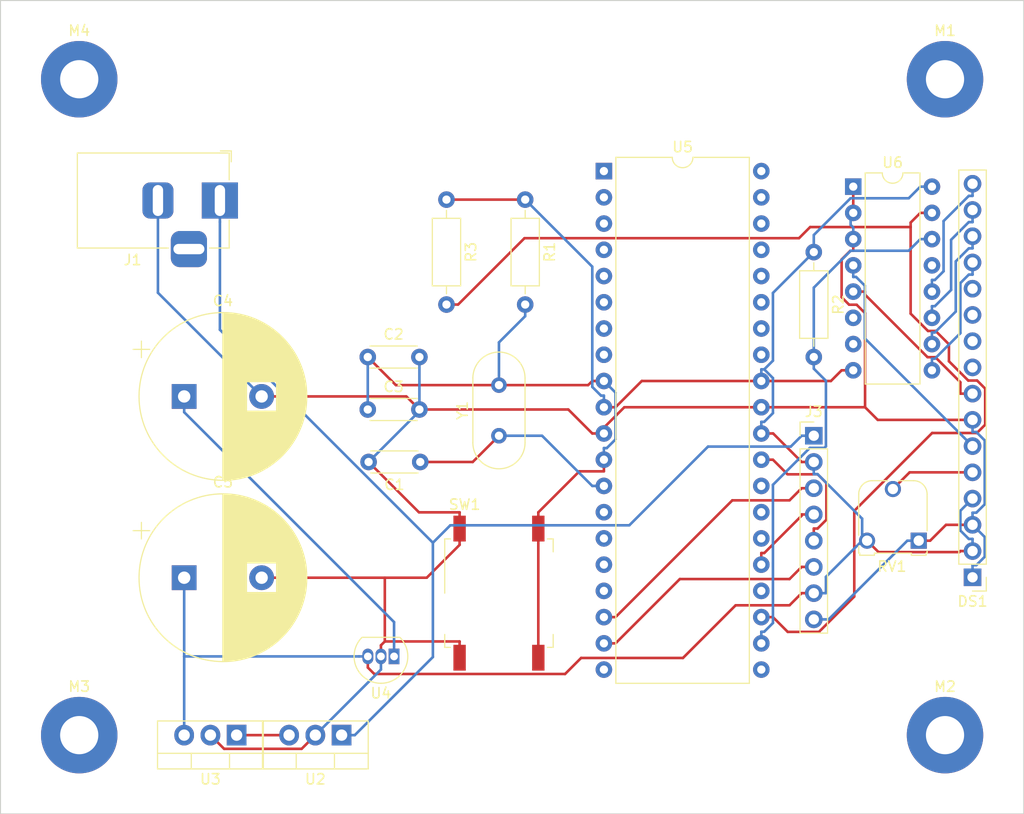
<source format=kicad_pcb>
(kicad_pcb (version 20211014) (generator pcbnew)
  (layers (0 "F.Cu" signal) (31 "B.Cu" signal) (34 "B.Paste" user) (35 "F.Paste" user) (36 "B.SilkS" user "B.Silkscreen") (37 "F.SilkS" user "F.Silkscreen") (38 "B.Mask" user) (39 "F.Mask" user) (44 "Edge.Cuts" user))
  (net 0 "")
  (net 1 "Net-(C1-Pad1)")
  (net 2 "/Atmega32/GND")
  (net 3 "Net-(C2-Pad1)")
  (net 4 "/Power Supply/3.3V")
  (net 5 "/Atmega32/5V")
  (net 6 "Net-(DS1-Pad5)")
  (net 7 "Net-(DS1-Pad6)")
  (net 8 "Net-(DS1-Pad8)")
  (net 13 "Net-(DS1-Pad13)")
  (net 14 "Net-(DS1-Pad14)")
  (net 15 "Net-(DS1-Pad15)")
  (net 16 "Net-(DS1-Pad16)")
  (net 17 "/Power Supply/12V")
  (net 18 "/Atmega32/SCL")
  (net 19 "/Atmega32/SDA")
  (net 20 "/Atmega32/D4")
  (net 21 "/Atmega32/C3")
  (net 22 "/Atmega32/C7")
  (net 23 "/Atmega32/D5")
  (net 24 "/Atmega32/A0")
  (net 25 "/Atmega32/A1")
  (net 26 "/Atmega32/A2")
  (net 27 "/Atmega32/A3")
  (net 28 "/Atmega32/A4")
  (net 29 "/Atmega32/A5")
  (net 30 "/Atmega32/A6")
  (net 31 "/Atmega32/A7")
  (net 32 "/Atmega32/Rx")
  (net 33 "/Atmega32/Tx")
  (net 34 "/Atmega32/B3")
  (net 35 "/Atmega32/B0")
  (net 36 "/Atmega32/C6")
  (net 37 "/Atmega32/D6")
  (net 38 "/Atmega32/CE")
  (net 39 "/Atmega32/CSN")
  (net 40 "/Atmega32/SCK")
  (net 41 "/Atmega32/MOSI")
  (net 42 "/Atmega32/MISO")
  (net 43 "/Atmega32/IRQ")
  (net 44 "Net-(U2-Pad3)")
  (net 49 "/Atmega32/C4")
  (net 50 "/Atmega32/C5")
  (footprint "Package_TO_SOT_THT:TO-220-3_Vertical" (layer "F.Cu") (at 96.52 124.46 180)
    (fp_text reference "U3" (at 2.54 -4.27) (layer "F.SilkS"))
    (fp_text value "L7805")
    (pad "1" thru_hole rect (at 0 0 180) (size 1.905 2) (drill 1.1) (layers *.Cu *.Mask) (net 44 "Net-(U2-Pad3)"))
    (pad "2" thru_hole oval (at 2.54 0 180) (size 1.905 2) (drill 1.1) (layers *.Cu *.Mask) (net 2 "/Atmega32/GND"))
    (pad "3" thru_hole oval (at 5.08 0 180) (size 1.905 2) (drill 1.1) (layers *.Cu *.Mask) (net 5 "/Atmega32/5V"))
  )
  (footprint "Potentiometer_THT:Potentiometer_Runtron_RM-065_Vertical" (layer "F.Cu") (at 162.555 105.635 180)
    (fp_text reference "RV1" (at 2.6 -2.5) (layer "F.SilkS"))
    (fp_text value "Potentiometer")
    (pad "1" thru_hole rect (at 0 0 180) (size 1.56 1.56) (drill 1) (layers *.Cu *.Mask) (net 2 "/Atmega32/GND"))
    (pad "2" thru_hole circle (at 2.5 5 180) (size 1.56 1.56) (drill 1) (layers *.Cu *.Mask) (net 6 "Net-(DS1-Pad5)"))
    (pad "3" thru_hole circle (at 5 0 180) (size 1.56 1.56) (drill 1) (layers *.Cu *.Mask) (net 5 "/Atmega32/5V"))
  )
  (footprint "MountingHole:MountingHole_3.7mm_Pad" (layer "F.Cu") (at 81.28 124.46)
    (fp_text reference "M3" (at 0 -4.7) (layer "F.SilkS"))
    (fp_text value "MountingHole_3.7mm_Pad" hide)
    (pad "1" thru_hole circle (at 0 0) (size 7.4 7.4) (drill 3.7) (layers *.Cu *.Mask))
  )
  (footprint "Connector_PinHeader_2.54mm:PinHeader_1x08_P2.54mm_Vertical" (layer "F.Cu") (at 152.395 95.475)
    (fp_text reference "J3" (at 0 -2.33) (layer "F.SilkS"))
    (fp_text value "Motor Drive")
    (pad "1" thru_hole rect (at 0 0) (size 1.7 1.7) (drill 1) (layers *.Cu *.Mask) (net 17 "/Power Supply/12V"))
    (pad "2" thru_hole oval (at 0 2.54) (size 1.7 1.7) (drill 1) (layers *.Cu *.Mask) (net 5 "/Atmega32/5V"))
    (pad "3" thru_hole oval (at 0 5.08) (size 1.7 1.7) (drill 1) (layers *.Cu *.Mask) (net 20 "/Atmega32/D4"))
    (pad "4" thru_hole oval (at 0 7.62) (size 1.7 1.7) (drill 1) (layers *.Cu *.Mask) (net 21 "/Atmega32/C3"))
    (pad "5" thru_hole oval (at 0 10.16) (size 1.7 1.7) (drill 1) (layers *.Cu *.Mask) (net 22 "/Atmega32/C7"))
    (pad "6" thru_hole oval (at 0 12.7) (size 1.7 1.7) (drill 1) (layers *.Cu *.Mask) (net 23 "/Atmega32/D5"))
    (pad "7" thru_hole oval (at 0 15.24) (size 1.7 1.7) (drill 1) (layers *.Cu *.Mask) (net 5 "/Atmega32/5V"))
    (pad "8" thru_hole oval (at 0 17.78) (size 1.7 1.7) (drill 1) (layers *.Cu *.Mask) (net 2 "/Atmega32/GND"))
  )
  (footprint "Resistor_THT:R_Axial_DIN0207_L6.3mm_D2.5mm_P10.16mm_Horizontal" (layer "F.Cu") (at 116.835 72.615 -90)
    (fp_text reference "R3" (at 5.08 -2.37 90) (layer "F.SilkS"))
    (fp_text value "4.7k")
    (pad "1" thru_hole circle (at 0 0 270) (size 1.6 1.6) (drill 0.8) (layers *.Cu *.Mask) (net 5 "/Atmega32/5V"))
    (pad "2" thru_hole oval (at 10.16 0 270) (size 1.6 1.6) (drill 0.8) (layers *.Cu *.Mask) (net 19 "/Atmega32/SDA"))
  )
  (footprint "Capacitor_THT:C_Disc_D4.3mm_W1.9mm_P5.00mm" (layer "F.Cu") (at 109.215 87.855)
    (fp_text reference "C2" (at 2.5 -2.2) (layer "F.SilkS"))
    (fp_text value "22pF")
    (pad "1" thru_hole circle (at 0 0) (size 1.6 1.6) (drill 0.8) (layers *.Cu *.Mask) (net 3 "Net-(C2-Pad1)"))
    (pad "2" thru_hole circle (at 5 0) (size 1.6 1.6) (drill 0.8) (layers *.Cu *.Mask) (net 2 "/Atmega32/GND"))
  )
  (footprint "MountingHole:MountingHole_3.7mm_Pad" (layer "F.Cu") (at 165.1 124.46)
    (fp_text reference "M2" (at 0 -4.7) (layer "F.SilkS"))
    (fp_text value "MountingHole_3.7mm_Pad" hide)
    (pad "1" thru_hole circle (at 0 0) (size 7.4 7.4) (drill 3.7) (layers *.Cu *.Mask))
  )
  (footprint "MountingHole:MountingHole_3.7mm_Pad" (layer "F.Cu") (at 165.1 60.96)
    (fp_text reference "M1" (at 0 -4.7) (layer "F.SilkS"))
    (fp_text value "MountingHole_3.7mm_Pad" hide)
    (pad "1" thru_hole circle (at 0 0) (size 7.4 7.4) (drill 3.7) (layers *.Cu *.Mask))
  )
  (footprint "Capacitor_THT:C_Disc_D4.3mm_W1.9mm_P5.00mm" (layer "F.Cu") (at 114.295 98.015 180)
    (fp_text reference "C1" (at 2.5 -2.2) (layer "F.SilkS"))
    (fp_text value "22pF")
    (pad "1" thru_hole circle (at 0 0 180) (size 1.6 1.6) (drill 0.8) (layers *.Cu *.Mask) (net 1 "Net-(C1-Pad1)"))
    (pad "2" thru_hole circle (at 5 0 180) (size 1.6 1.6) (drill 0.8) (layers *.Cu *.Mask) (net 2 "/Atmega32/GND"))
  )
  (footprint "Capacitor_THT:CP_Radial_D16.0mm_P7.50mm" (layer "F.Cu") (at 91.44 91.67)
    (fp_text reference "C4" (at 3.75 -9.25) (layer "F.SilkS"))
    (fp_text value "470uF")
    (pad "1" thru_hole rect (at 0 0) (size 2.4 2.4) (drill 1.2) (layers *.Cu *.Mask) (net 4 "/Power Supply/3.3V"))
    (pad "2" thru_hole circle (at 7.5 0) (size 2.4 2.4) (drill 1.2) (layers *.Cu *.Mask) (net 2 "/Atmega32/GND"))
  )
  (footprint "Crystal:Crystal_HC18-U_Vertical" (layer "F.Cu") (at 121.915 95.475 90)
    (fp_text reference "Y1" (at 2.45 -3.525 90) (layer "F.SilkS"))
    (fp_text value "Crystal")
    (pad "1" thru_hole circle (at 0 0 90) (size 1.5 1.5) (drill 0.8) (layers *.Cu *.Mask) (net 1 "Net-(C1-Pad1)"))
    (pad "2" thru_hole circle (at 4.9 0 90) (size 1.5 1.5) (drill 0.8) (layers *.Cu *.Mask) (net 3 "Net-(C2-Pad1)"))
  )
  (footprint "Button_Switch_SMD:SW_MEC_5GSH9" (layer "F.Cu") (at 121.915 110.715)
    (fp_text reference "SW1" (at -3.325 -8.575 180) (layer "F.SilkS"))
    (fp_text value "Reset Button")
    (pad "1" smd rect (at -3.81 -6.25 90) (size 2.5 1.2) (layers "F.Cu" "F.Paste" "F.Mask") (net 2 "/Atmega32/GND"))
    (pad "2" smd rect (at -3.81 6.25 90) (size 2.5 1.2) (layers "F.Cu" "F.Paste" "F.Mask") (net 2 "/Atmega32/GND"))
    (pad "3" smd rect (at 3.81 -6.25 90) (size 2.5 1.2) (layers "F.Cu" "F.Paste" "F.Mask") (net 3 "Net-(C2-Pad1)"))
    (pad "4" smd rect (at 3.81 6.25 90) (size 2.5 1.2) (layers "F.Cu" "F.Paste" "F.Mask") (net 3 "Net-(C2-Pad1)"))
  )
  (footprint "MountingHole:MountingHole_3.7mm_Pad" (layer "F.Cu") (at 81.28 60.96)
    (fp_text reference "M4" (at 0 -4.7) (layer "F.SilkS"))
    (fp_text value "MountingHole_3.7mm_Pad" hide)
    (pad "1" thru_hole circle (at 0 0) (size 7.4 7.4) (drill 3.7) (layers *.Cu *.Mask))
  )
  (footprint "Connector_BarrelJack:BarrelJack_Horizontal" (layer "F.Cu") (at 94.9 72.7025)
    (fp_text reference "J1" (at -8.45 5.75) (layer "F.SilkS"))
    (fp_text value "Barrel_Jack")
    (pad "1" thru_hole rect (at 0 0) (size 3.5 3.5) (drill oval 1 3) (layers *.Cu *.Mask) (net 17 "/Power Supply/12V"))
    (pad "2" thru_hole roundrect (at -6 0) (size 3 3.5) (drill oval 1 3) (layers *.Cu *.Mask) (net 2 "/Atmega32/GND"))
    (pad "3" thru_hole roundrect (at -3 4.7) (size 3.5 3.5) (drill oval 3 1) (layers *.Cu *.Mask))
  )
  (footprint "Capacitor_THT:CP_Radial_D16.0mm_P7.50mm" (layer "F.Cu") (at 91.44 109.22)
    (fp_text reference "C5" (at 3.75 -9.25) (layer "F.SilkS"))
    (fp_text value "470uF")
    (pad "1" thru_hole rect (at 0 0) (size 2.4 2.4) (drill 1.2) (layers *.Cu *.Mask) (net 5 "/Atmega32/5V"))
    (pad "2" thru_hole circle (at 7.5 0) (size 2.4 2.4) (drill 1.2) (layers *.Cu *.Mask) (net 2 "/Atmega32/GND"))
  )
  (footprint "Package_TO_SOT_THT:TO-220-3_Vertical" (layer "F.Cu") (at 106.68 124.46 180)
    (fp_text reference "U2" (at 2.54 -4.27) (layer "F.SilkS"))
    (fp_text value "L7809")
    (pad "1" thru_hole rect (at 0 0 180) (size 1.905 2) (drill 1.1) (layers *.Cu *.Mask) (net 17 "/Power Supply/12V"))
    (pad "2" thru_hole oval (at 2.54 0 180) (size 1.905 2) (drill 1.1) (layers *.Cu *.Mask) (net 2 "/Atmega32/GND"))
    (pad "3" thru_hole oval (at 5.08 0 180) (size 1.905 2) (drill 1.1) (layers *.Cu *.Mask) (net 44 "Net-(U2-Pad3)"))
  )
  (footprint "Resistor_THT:R_Axial_DIN0207_L6.3mm_D2.5mm_P10.16mm_Horizontal" (layer "F.Cu") (at 124.455 72.615 -90)
    (fp_text reference "R1" (at 5.08 -2.37 90) (layer "F.SilkS"))
    (fp_text value "10k")
    (pad "1" thru_hole circle (at 0 0 270) (size 1.6 1.6) (drill 0.8) (layers *.Cu *.Mask) (net 5 "/Atmega32/5V"))
    (pad "2" thru_hole oval (at 10.16 0 270) (size 1.6 1.6) (drill 0.8) (layers *.Cu *.Mask) (net 3 "Net-(C2-Pad1)"))
  )
  (footprint "Package_TO_SOT_THT:TO-92_Inline" (layer "F.Cu") (at 111.76 116.84 180)
    (fp_text reference "U4" (at 1.27 -3.56) (layer "F.SilkS"))
    (fp_text value "L78L33_TO92")
    (pad "1" thru_hole rect (at 0 0 180) (size 1.05 1.5) (drill 0.75) (layers *.Cu *.Mask) (net 4 "/Power Supply/3.3V"))
    (pad "2" thru_hole oval (at 1.27 0 180) (size 1.05 1.5) (drill 0.75) (layers *.Cu *.Mask) (net 2 "/Atmega32/GND"))
    (pad "3" thru_hole oval (at 2.54 0 180) (size 1.05 1.5) (drill 0.75) (layers *.Cu *.Mask) (net 5 "/Atmega32/5V"))
  )
  (footprint "Package_DIP:DIP-16_W7.62mm" (layer "F.Cu") (at 156.215 71.36)
    (fp_text reference "U6" (at 3.81 -2.33) (layer "F.SilkS"))
    (fp_text value "PCF8574A")
    (pad "1" thru_hole rect (at 0 0) (size 1.6 1.6) (drill 0.8) (layers *.Cu *.Mask) (net 2 "/Atmega32/GND"))
    (pad "2" thru_hole oval (at 0 2.54) (size 1.6 1.6) (drill 0.8) (layers *.Cu *.Mask) (net 2 "/Atmega32/GND"))
    (pad "3" thru_hole oval (at 0 5.08) (size 1.6 1.6) (drill 0.8) (layers *.Cu *.Mask) (net 2 "/Atmega32/GND"))
    (pad "4" thru_hole oval (at 0 7.62) (size 1.6 1.6) (drill 0.8) (layers *.Cu *.Mask) (net 7 "Net-(DS1-Pad6)"))
    (pad "5" thru_hole oval (at 0 10.16) (size 1.6 1.6) (drill 0.8) (layers *.Cu *.Mask) (net 8 "Net-(DS1-Pad8)"))
    (pad "6" thru_hole oval (at 0 12.7) (size 1.6 1.6) (drill 0.8) (layers *.Cu *.Mask))
    (pad "7" thru_hole oval (at 0 15.24) (size 1.6 1.6) (drill 0.8) (layers *.Cu *.Mask))
    (pad "8" thru_hole oval (at 0 17.78) (size 1.6 1.6) (drill 0.8) (layers *.Cu *.Mask) (net 5 "/Atmega32/5V"))
    (pad "9" thru_hole oval (at 7.62 17.78) (size 1.6 1.6) (drill 0.8) (layers *.Cu *.Mask) (net 13 "Net-(DS1-Pad13)"))
    (pad "10" thru_hole oval (at 7.62 15.24) (size 1.6 1.6) (drill 0.8) (layers *.Cu *.Mask) (net 14 "Net-(DS1-Pad14)"))
    (pad "11" thru_hole oval (at 7.62 12.7) (size 1.6 1.6) (drill 0.8) (layers *.Cu *.Mask) (net 15 "Net-(DS1-Pad15)"))
    (pad "12" thru_hole oval (at 7.62 10.16) (size 1.6 1.6) (drill 0.8) (layers *.Cu *.Mask) (net 16 "Net-(DS1-Pad16)"))
    (pad "13" thru_hole oval (at 7.62 7.62) (size 1.6 1.6) (drill 0.8) (layers *.Cu *.Mask))
    (pad "14" thru_hole oval (at 7.62 5.08) (size 1.6 1.6) (drill 0.8) (layers *.Cu *.Mask) (net 18 "/Atmega32/SCL"))
    (pad "15" thru_hole oval (at 7.62 2.54) (size 1.6 1.6) (drill 0.8) (layers *.Cu *.Mask) (net 19 "/Atmega32/SDA"))
    (pad "16" thru_hole oval (at 7.62 0) (size 1.6 1.6) (drill 0.8) (layers *.Cu *.Mask) (net 5 "/Atmega32/5V"))
  )
  (footprint "Connector_PinHeader_2.54mm:PinHeader_1x16_P2.54mm_Vertical" (layer "F.Cu") (at 167.765 109.18 180)
    (fp_text reference "DS1" (at 0 -2.33) (layer "F.SilkS"))
    (fp_text value "HY1602E LCD 16x2")
    (pad "1" thru_hole rect (at 0 0 180) (size 1.7 1.7) (drill 1) (layers *.Cu *.Mask) (net 2 "/Atmega32/GND"))
    (pad "2" thru_hole oval (at 0 2.54 180) (size 1.7 1.7) (drill 1) (layers *.Cu *.Mask) (net 5 "/Atmega32/5V"))
    (pad "3" thru_hole oval (at 0 5.08 180) (size 1.7 1.7) (drill 1) (layers *.Cu *.Mask) (net 2 "/Atmega32/GND"))
    (pad "4" thru_hole oval (at 0 7.62 180) (size 1.7 1.7) (drill 1) (layers *.Cu *.Mask) (net 5 "/Atmega32/5V"))
    (pad "5" thru_hole oval (at 0 10.16 180) (size 1.7 1.7) (drill 1) (layers *.Cu *.Mask) (net 6 "Net-(DS1-Pad5)"))
    (pad "6" thru_hole oval (at 0 12.7 180) (size 1.7 1.7) (drill 1) (layers *.Cu *.Mask) (net 7 "Net-(DS1-Pad6)"))
    (pad "7" thru_hole oval (at 0 15.24 180) (size 1.7 1.7) (drill 1) (layers *.Cu *.Mask) (net 2 "/Atmega32/GND"))
    (pad "8" thru_hole oval (at 0 17.78 180) (size 1.7 1.7) (drill 1) (layers *.Cu *.Mask) (net 8 "Net-(DS1-Pad8)"))
    (pad "9" thru_hole oval (at 0 20.32 180) (size 1.7 1.7) (drill 1) (layers *.Cu *.Mask))
    (pad "10" thru_hole oval (at 0 22.86 180) (size 1.7 1.7) (drill 1) (layers *.Cu *.Mask))
    (pad "11" thru_hole oval (at 0 25.4 180) (size 1.7 1.7) (drill 1) (layers *.Cu *.Mask))
    (pad "12" thru_hole oval (at 0 27.94 180) (size 1.7 1.7) (drill 1) (layers *.Cu *.Mask))
    (pad "13" thru_hole oval (at 0 30.48 180) (size 1.7 1.7) (drill 1) (layers *.Cu *.Mask) (net 13 "Net-(DS1-Pad13)"))
    (pad "14" thru_hole oval (at 0 33.02 180) (size 1.7 1.7) (drill 1) (layers *.Cu *.Mask) (net 14 "Net-(DS1-Pad14)"))
    (pad "15" thru_hole oval (at 0 35.56 180) (size 1.7 1.7) (drill 1) (layers *.Cu *.Mask) (net 15 "Net-(DS1-Pad15)"))
    (pad "16" thru_hole oval (at 0 38.1 180) (size 1.7 1.7) (drill 1) (layers *.Cu *.Mask) (net 16 "Net-(DS1-Pad16)"))
  )
  (footprint "Resistor_THT:R_Axial_DIN0207_L6.3mm_D2.5mm_P10.16mm_Horizontal" (layer "F.Cu") (at 152.395 77.695 -90)
    (fp_text reference "R2" (at 5.08 -2.37 90) (layer "F.SilkS"))
    (fp_text value "4.7k")
    (pad "1" thru_hole circle (at 0 0 270) (size 1.6 1.6) (drill 0.8) (layers *.Cu *.Mask) (net 5 "/Atmega32/5V"))
    (pad "2" thru_hole oval (at 10.16 0 270) (size 1.6 1.6) (drill 0.8) (layers *.Cu *.Mask) (net 18 "/Atmega32/SCL"))
  )
  (footprint "Capacitor_THT:C_Disc_D4.3mm_W1.9mm_P5.00mm" (layer "F.Cu") (at 109.215 92.935)
    (fp_text reference "C3" (at 2.5 -2.2) (layer "F.SilkS"))
    (fp_text value "10uF")
    (pad "1" thru_hole circle (at 0 0) (size 1.6 1.6) (drill 0.8) (layers *.Cu *.Mask) (net 3 "Net-(C2-Pad1)"))
    (pad "2" thru_hole circle (at 5 0) (size 1.6 1.6) (drill 0.8) (layers *.Cu *.Mask) (net 2 "/Atmega32/GND"))
  )
  (footprint "Package_DIP:DIP-40_W15.24mm" (layer "F.Cu") (at 132.075 69.855)
    (fp_text reference "U5" (at 7.62 -2.33) (layer "F.SilkS"))
    (fp_text value "ATmega32-16P")
    (pad "1" thru_hole rect (at 0 0) (size 1.6 1.6) (drill 0.8) (layers *.Cu *.Mask) (net 35 "/Atmega32/B0"))
    (pad "2" thru_hole oval (at 0 2.54) (size 1.6 1.6) (drill 0.8) (layers *.Cu *.Mask) (net 38 "/Atmega32/CE"))
    (pad "3" thru_hole oval (at 0 5.08) (size 1.6 1.6) (drill 0.8) (layers *.Cu *.Mask) (net 43 "/Atmega32/IRQ"))
    (pad "4" thru_hole oval (at 0 7.62) (size 1.6 1.6) (drill 0.8) (layers *.Cu *.Mask) (net 34 "/Atmega32/B3"))
    (pad "5" thru_hole oval (at 0 10.16) (size 1.6 1.6) (drill 0.8) (layers *.Cu *.Mask) (net 39 "/Atmega32/CSN"))
    (pad "6" thru_hole oval (at 0 12.7) (size 1.6 1.6) (drill 0.8) (layers *.Cu *.Mask) (net 41 "/Atmega32/MOSI"))
    (pad "7" thru_hole oval (at 0 15.24) (size 1.6 1.6) (drill 0.8) (layers *.Cu *.Mask) (net 42 "/Atmega32/MISO"))
    (pad "8" thru_hole oval (at 0 17.78) (size 1.6 1.6) (drill 0.8) (layers *.Cu *.Mask) (net 40 "/Atmega32/SCK"))
    (pad "9" thru_hole oval (at 0 20.32) (size 1.6 1.6) (drill 0.8) (layers *.Cu *.Mask) (net 3 "Net-(C2-Pad1)"))
    (pad "10" thru_hole oval (at 0 22.86) (size 1.6 1.6) (drill 0.8) (layers *.Cu *.Mask) (net 5 "/Atmega32/5V"))
    (pad "11" thru_hole oval (at 0 25.4) (size 1.6 1.6) (drill 0.8) (layers *.Cu *.Mask) (net 2 "/Atmega32/GND"))
    (pad "12" thru_hole oval (at 0 27.94) (size 1.6 1.6) (drill 0.8) (layers *.Cu *.Mask) (net 3 "Net-(C2-Pad1)"))
    (pad "13" thru_hole oval (at 0 30.48) (size 1.6 1.6) (drill 0.8) (layers *.Cu *.Mask) (net 1 "Net-(C1-Pad1)"))
    (pad "14" thru_hole oval (at 0 33.02) (size 1.6 1.6) (drill 0.8) (layers *.Cu *.Mask) (net 32 "/Atmega32/Rx"))
    (pad "15" thru_hole oval (at 0 35.56) (size 1.6 1.6) (drill 0.8) (layers *.Cu *.Mask) (net 33 "/Atmega32/Tx"))
    (pad "16" thru_hole oval (at 0 38.1) (size 1.6 1.6) (drill 0.8) (layers *.Cu *.Mask))
    (pad "17" thru_hole oval (at 0 40.64) (size 1.6 1.6) (drill 0.8) (layers *.Cu *.Mask))
    (pad "18" thru_hole oval (at 0 43.18) (size 1.6 1.6) (drill 0.8) (layers *.Cu *.Mask) (net 20 "/Atmega32/D4"))
    (pad "19" thru_hole oval (at 0 45.72) (size 1.6 1.6) (drill 0.8) (layers *.Cu *.Mask) (net 23 "/Atmega32/D5"))
    (pad "20" thru_hole oval (at 0 48.26) (size 1.6 1.6) (drill 0.8) (layers *.Cu *.Mask) (net 37 "/Atmega32/D6"))
    (pad "21" thru_hole oval (at 15.24 48.26) (size 1.6 1.6) (drill 0.8) (layers *.Cu *.Mask))
    (pad "22" thru_hole oval (at 15.24 45.72) (size 1.6 1.6) (drill 0.8) (layers *.Cu *.Mask) (net 18 "/Atmega32/SCL"))
    (pad "23" thru_hole oval (at 15.24 43.18) (size 1.6 1.6) (drill 0.8) (layers *.Cu *.Mask) (net 19 "/Atmega32/SDA"))
    (pad "24" thru_hole oval (at 15.24 40.64) (size 1.6 1.6) (drill 0.8) (layers *.Cu *.Mask))
    (pad "25" thru_hole oval (at 15.24 38.1) (size 1.6 1.6) (drill 0.8) (layers *.Cu *.Mask) (net 21 "/Atmega32/C3"))
    (pad "26" thru_hole oval (at 15.24 35.56) (size 1.6 1.6) (drill 0.8) (layers *.Cu *.Mask) (net 49 "/Atmega32/C4"))
    (pad "27" thru_hole oval (at 15.24 33.02) (size 1.6 1.6) (drill 0.8) (layers *.Cu *.Mask) (net 50 "/Atmega32/C5"))
    (pad "28" thru_hole oval (at 15.24 30.48) (size 1.6 1.6) (drill 0.8) (layers *.Cu *.Mask) (net 36 "/Atmega32/C6"))
    (pad "29" thru_hole oval (at 15.24 27.94) (size 1.6 1.6) (drill 0.8) (layers *.Cu *.Mask) (net 22 "/Atmega32/C7"))
    (pad "30" thru_hole oval (at 15.24 25.4) (size 1.6 1.6) (drill 0.8) (layers *.Cu *.Mask) (net 5 "/Atmega32/5V"))
    (pad "31" thru_hole oval (at 15.24 22.86) (size 1.6 1.6) (drill 0.8) (layers *.Cu *.Mask) (net 2 "/Atmega32/GND"))
    (pad "32" thru_hole oval (at 15.24 20.32) (size 1.6 1.6) (drill 0.8) (layers *.Cu *.Mask) (net 5 "/Atmega32/5V"))
    (pad "33" thru_hole oval (at 15.24 17.78) (size 1.6 1.6) (drill 0.8) (layers *.Cu *.Mask) (net 31 "/Atmega32/A7"))
    (pad "34" thru_hole oval (at 15.24 15.24) (size 1.6 1.6) (drill 0.8) (layers *.Cu *.Mask) (net 30 "/Atmega32/A6"))
    (pad "35" thru_hole oval (at 15.24 12.7) (size 1.6 1.6) (drill 0.8) (layers *.Cu *.Mask) (net 29 "/Atmega32/A5"))
    (pad "36" thru_hole oval (at 15.24 10.16) (size 1.6 1.6) (drill 0.8) (layers *.Cu *.Mask) (net 28 "/Atmega32/A4"))
    (pad "37" thru_hole oval (at 15.24 7.62) (size 1.6 1.6) (drill 0.8) (layers *.Cu *.Mask) (net 27 "/Atmega32/A3"))
    (pad "38" thru_hole oval (at 15.24 5.08) (size 1.6 1.6) (drill 0.8) (layers *.Cu *.Mask) (net 26 "/Atmega32/A2"))
    (pad "39" thru_hole oval (at 15.24 2.54) (size 1.6 1.6) (drill 0.8) (layers *.Cu *.Mask) (net 25 "/Atmega32/A1"))
    (pad "40" thru_hole oval (at 15.24 0) (size 1.6 1.6) (drill 0.8) (layers *.Cu *.Mask) (net 24 "/Atmega32/A0"))
  )
  (gr_line (start 172.72 53.34) (end 172.72 132.08) (layer "Edge.Cuts") (width 0.1))
  (gr_line (start 172.72 132.08) (end 73.66 132.08) (layer "Edge.Cuts") (width 0.1))
  (gr_line (start 73.66 53.34) (end 172.72 53.34) (layer "Edge.Cuts") (width 0.1))
  (gr_line (start 73.66 132.08) (end 73.66 53.34) (layer "Edge.Cuts") (width 0.1))
  (segment (start 114.295 98.015) (end 119.375 98.015) (width 0.25) (layer "F.Cu") (net 1))
  (segment (start 119.375 98.015) (end 121.915 95.475) (width 0.25) (layer "F.Cu") (net 1))
  (segment (start 121.915 95.475) (end 126.0897 95.475) (width 0.25) (layer "B.Cu") (net 1))
  (segment (start 126.0897 95.475) (end 130.9497 100.335) (width 0.25) (layer "B.Cu") (net 1))
  (segment (start 132.075 100.335) (end 130.9497 100.335) (width 0.25) (layer "B.Cu") (net 1))
  (segment (start 155.816 82.79) (end 155.0897 82.0637) (width 0.25) (layer "F.Cu") (net 2))
  (segment (start 157.3596 92.715) (end 148.4403 92.715) (width 0.25) (layer "F.Cu") (net 2))
  (segment (start 93.98 124.46) (end 95.3072 125.7872) (width 0.25) (layer "F.Cu") (net 2))
  (segment (start 118.105 115.3897) (end 110.865 115.3897) (width 0.25) (layer "F.Cu") (net 2))
  (segment (start 118.105 104.465) (end 118.105 106.0403) (width 0.25) (layer "F.Cu") (net 2))
  (segment (start 157.3596 83.6071) (end 156.5425 82.79) (width 0.25) (layer "F.Cu") (net 2))
  (segment (start 147.315 92.715) (end 148.4403 92.715) (width 0.25) (layer "F.Cu") (net 2))
  (segment (start 162.555 105.635) (end 163.6603 105.635) (width 0.25) (layer "F.Cu") (net 2))
  (segment (start 128.6297 92.935) (end 130.9497 95.255) (width 0.25) (layer "F.Cu") (net 2))
  (segment (start 110.865 109.22) (end 110.865 115.3897) (width 0.25) (layer "F.Cu") (net 2))
  (segment (start 155.9336 77.5653) (end 156.215 77.5653) (width 0.25) (layer "F.Cu") (net 2))
  (segment (start 155.0897 78.4092) (end 155.9336 77.5653) (width 0.25) (layer "F.Cu") (net 2))
  (segment (start 134.0524 92.715) (end 147.315 92.715) (width 0.25) (layer "F.Cu") (net 2))
  (segment (start 114.215 92.935) (end 128.6297 92.935) (width 0.25) (layer "F.Cu") (net 2))
  (segment (start 131.5124 95.255) (end 134.0524 92.715) (width 0.25) (layer "F.Cu") (net 2))
  (segment (start 158.5846 93.94) (end 157.3596 92.715) (width 0.25) (layer "F.Cu") (net 2))
  (segment (start 110.865 109.22) (end 114.9253 109.22) (width 0.25) (layer "F.Cu") (net 2))
  (segment (start 156.5425 82.79) (end 155.816 82.79) (width 0.25) (layer "F.Cu") (net 2))
  (segment (start 155.0897 82.0637) (end 155.0897 78.4092) (width 0.25) (layer "F.Cu") (net 2))
  (segment (start 114.9253 109.22) (end 118.105 106.0403) (width 0.25) (layer "F.Cu") (net 2))
  (segment (start 118.105 116.965) (end 118.105 115.3897) (width 0.25) (layer "F.Cu") (net 2))
  (segment (start 110.865 115.3897) (end 110.49 115.7647) (width 0.25) (layer "F.Cu") (net 2))
  (segment (start 132.075 95.255) (end 131.5124 95.255) (width 0.25) (layer "F.Cu") (net 2))
  (segment (start 98.94 109.22) (end 110.865 109.22) (width 0.25) (layer "F.Cu") (net 2))
  (segment (start 110.49 116.84) (end 110.49 115.7647) (width 0.25) (layer "F.Cu") (net 2))
  (segment (start 98.94 91.67) (end 112.95 91.67) (width 0.25) (layer "F.Cu") (net 2))
  (segment (start 165.1953 104.1) (end 163.6603 105.635) (width 0.25) (layer "F.Cu") (net 2))
  (segment (start 109.295 98.015) (end 114.1697 102.8897) (width 0.25) (layer "F.Cu") (net 2))
  (segment (start 114.1697 102.8897) (end 118.105 102.8897) (width 0.25) (layer "F.Cu") (net 2))
  (segment (start 118.105 104.465) (end 118.105 102.8897) (width 0.25) (layer "F.Cu") (net 2))
  (segment (start 156.215 73.9) (end 156.215 71.36) (width 0.25) (layer "F.Cu") (net 2))
  (segment (start 102.8128 125.7872) (end 104.14 124.46) (width 0.25) (layer "F.Cu") (net 2))
  (segment (start 112.95 91.67) (end 114.215 92.935) (width 0.25) (layer "F.Cu") (net 2))
  (segment (start 167.765 104.1) (end 165.1953 104.1) (width 0.25) (layer "F.Cu") (net 2))
  (segment (start 131.5124 95.255) (end 130.9497 95.255) (width 0.25) (layer "F.Cu") (net 2))
  (segment (start 157.3596 92.715) (end 157.3596 83.6071) (width 0.25) (layer "F.Cu") (net 2))
  (segment (start 95.3072 125.7872) (end 102.8128 125.7872) (width 0.25) (layer "F.Cu") (net 2))
  (segment (start 156.215 76.44) (end 156.215 77.5653) (width 0.25) (layer "F.Cu") (net 2))
  (segment (start 167.765 93.94) (end 158.5846 93.94) (width 0.25) (layer "F.Cu") (net 2))
  (segment (start 168.1323 108.0047) (end 168.9412 107.1958) (width 0.25) (layer "B.Cu") (net 2))
  (segment (start 167.765 104.1) (end 167.765 102.9247) (width 0.25) (layer "B.Cu") (net 2))
  (segment (start 114.215 93.095) (end 114.215 92.935) (width 0.25) (layer "B.Cu") (net 2))
  (segment (start 156.215 76.44) (end 156.215 75.3147) (width 0.25) (layer "B.Cu") (net 2))
  (segment (start 162.555 105.635) (end 161.4497 105.635) (width 0.25) (layer "B.Cu") (net 2))
  (segment (start 168.9412 105.2762) (end 167.765 104.1) (width 0.25) (layer "B.Cu") (net 2))
  (segment (start 88.9 81.63) (end 98.94 91.67) (width 0.25) (layer "B.Cu") (net 2))
  (segment (start 167.765 108.0047) (end 168.1323 108.0047) (width 0.25) (layer "B.Cu") (net 2))
  (segment (start 110.49 118.11) (end 110.49 116.84) (width 0.25) (layer "B.Cu") (net 2))
  (segment (start 153.8297 113.255) (end 152.395 113.255) (width 0.25) (layer "B.Cu") (net 2))
  (segment (start 167.765 93.94) (end 167.765 95.1153) (width 0.25) (layer "B.Cu") (net 2))
  (segment (start 167.765 109.18) (end 167.765 108.0047) (width 0.25) (layer "B.Cu") (net 2))
  (segment (start 114.215 87.855) (end 114.215 92.935) (width 0.25) (layer "B.Cu") (net 2))
  (segment (start 168.9412 107.1958) (end 168.9412 105.2762) (width 0.25) (layer "B.Cu") (net 2))
  (segment (start 168.1324 102.9247) (end 167.765 102.9247) (width 0.25) (layer "B.Cu") (net 2))
  (segment (start 156.215 75.3147) (end 155.964 75.0637) (width 0.25) (layer "B.Cu") (net 2))
  (segment (start 156.215 73.9) (end 155.964 73.9) (width 0.25) (layer "B.Cu") (net 2))
  (segment (start 161.4497 105.635) (end 153.8297 113.255) (width 0.25) (layer "B.Cu") (net 2))
  (segment (start 168.9403 95.9233) (end 168.9403 102.1168) (width 0.25) (layer "B.Cu") (net 2))
  (segment (start 168.1323 95.1153) (end 168.9403 95.9233) (width 0.25) (layer "B.Cu") (net 2))
  (segment (start 104.14 124.46) (end 110.49 118.11) (width 0.25) (layer "B.Cu") (net 2))
  (segment (start 88.9 72.7025) (end 88.9 81.63) (width 0.25) (layer "B.Cu") (net 2))
  (segment (start 109.295 98.015) (end 114.215 93.095) (width 0.25) (layer "B.Cu") (net 2))
  (segment (start 168.9403 102.1168) (end 168.1324 102.9247) (width 0.25) (layer "B.Cu") (net 2))
  (segment (start 167.765 95.1153) (end 168.1323 95.1153) (width 0.25) (layer "B.Cu") (net 2))
  (segment (start 155.964 75.0637) (end 155.964 73.9) (width 0.25) (layer "B.Cu") (net 2))
  (segment (start 111.935 90.575) (end 121.915 90.575) (width 0.25) (layer "F.Cu") (net 3))
  (segment (start 129.6944 98.9203) (end 132.075 98.9203) (width 0.25) (layer "F.Cu") (net 3))
  (segment (start 109.215 87.855) (end 111.935 90.575) (width 0.25) (layer "F.Cu") (net 3))
  (segment (start 121.915 90.575) (end 130.5497 90.575) (width 0.25) (layer "F.Cu") (net 3))
  (segment (start 125.725 104.465) (end 125.725 102.8897) (width 0.25) (layer "F.Cu") (net 3))
  (segment (start 132.075 90.175) (end 130.9497 90.175) (width 0.25) (layer "F.Cu") (net 3))
  (segment (start 130.5497 90.575) (end 130.9497 90.175) (width 0.25) (layer "F.Cu") (net 3))
  (segment (start 132.075 97.795) (end 132.075 98.9203) (width 0.25) (layer "F.Cu") (net 3))
  (segment (start 125.725 102.8897) (end 129.6944 98.9203) (width 0.25) (layer "F.Cu") (net 3))
  (segment (start 125.725 116.965) (end 125.725 104.465) (width 0.25) (layer "F.Cu") (net 3))
  (segment (start 124.455 83.9003) (end 121.915 86.4403) (width 0.25) (layer "B.Cu") (net 3))
  (segment (start 132.075 90.175) (end 133.2003 91.3003) (width 0.25) (layer "B.Cu") (net 3))
  (segment (start 109.215 87.855) (end 109.215 92.935) (width 0.25) (layer "B.Cu") (net 3))
  (segment (start 121.915 86.4403) (end 121.915 90.575) (width 0.25) (layer "B.Cu") (net 3))
  (segment (start 133.2003 95.8258) (end 132.3564 96.6697) (width 0.25) (layer "B.Cu") (net 3))
  (segment (start 133.2003 91.3003) (end 133.2003 95.8258) (width 0.25) (layer "B.Cu") (net 3))
  (segment (start 132.075 97.795) (end 132.075 96.6697) (width 0.25) (layer "B.Cu") (net 3))
  (segment (start 124.455 82.775) (end 124.455 83.9003) (width 0.25) (layer "B.Cu") (net 3))
  (segment (start 132.3564 96.6697) (end 132.075 96.6697) (width 0.25) (layer "B.Cu") (net 3))
  (segment (start 91.44 91.67) (end 91.44 93.1953) (width 0.25) (layer "B.Cu") (net 4))
  (segment (start 91.44 93.1953) (end 111.76 113.5153) (width 0.25) (layer "B.Cu") (net 4))
  (segment (start 111.76 113.5153) (end 111.76 116.84) (width 0.25) (layer "B.Cu") (net 4))
  (segment (start 129.868 116.9896) (end 139.7302 116.9896) (width 0.25) (layer "F.Cu") (net 5))
  (segment (start 109.8451 118.5404) (end 128.3172 118.5404) (width 0.25) (layer "F.Cu") (net 5))
  (segment (start 166.5897 106.64) (end 166.4893 106.7404) (width 0.25) (layer "F.Cu") (net 5))
  (segment (start 135.7403 90.175) (end 147.315 90.175) (width 0.25) (layer "F.Cu") (net 5))
  (segment (start 133.2003 92.715) (end 135.7403 90.175) (width 0.25) (layer "F.Cu") (net 5))
  (segment (start 151.2197 98.015) (end 148.4597 95.255) (width 0.25) (layer "F.Cu") (net 5))
  (segment (start 148.4597 95.255) (end 147.315 95.255) (width 0.25) (layer "F.Cu") (net 5))
  (segment (start 154.0547 90.175) (end 155.0897 89.14) (width 0.25) (layer "F.Cu") (net 5))
  (segment (start 124.455 72.615) (end 116.835 72.615) (width 0.25) (layer "F.Cu") (net 5))
  (segment (start 132.075 92.715) (end 133.2003 92.715) (width 0.25) (layer "F.Cu") (net 5))
  (segment (start 166.4893 106.7404) (end 158.6604 106.7404) (width 0.25) (layer "F.Cu") (net 5))
  (segment (start 158.6604 106.7404) (end 157.555 105.635) (width 0.25) (layer "F.Cu") (net 5))
  (segment (start 109.22 116.84) (end 109.22 117.9153) (width 0.25) (layer "F.Cu") (net 5))
  (segment (start 156.215 89.14) (end 155.0897 89.14) (width 0.25) (layer "F.Cu") (net 5))
  (segment (start 139.7302 116.9896) (end 144.8295 111.8903) (width 0.25) (layer "F.Cu") (net 5))
  (segment (start 147.315 90.175) (end 154.0547 90.175) (width 0.25) (layer "F.Cu") (net 5))
  (segment (start 128.3172 118.5404) (end 129.868 116.9896) (width 0.25) (layer "F.Cu") (net 5))
  (segment (start 152.395 110.715) (end 151.2197 110.715) (width 0.25) (layer "F.Cu") (net 5))
  (segment (start 150.0444 111.8903) (end 151.2197 110.715) (width 0.25) (layer "F.Cu") (net 5))
  (segment (start 167.765 106.64) (end 166.5897 106.64) (width 0.25) (layer "F.Cu") (net 5))
  (segment (start 144.8295 111.8903) (end 150.0444 111.8903) (width 0.25) (layer "F.Cu") (net 5))
  (segment (start 152.395 98.015) (end 151.2197 98.015) (width 0.25) (layer "F.Cu") (net 5))
  (segment (start 109.22 117.9153) (end 109.8451 118.5404) (width 0.25) (layer "F.Cu") (net 5))
  (segment (start 147.315 95.255) (end 147.315 94.1297) (width 0.25) (layer "B.Cu") (net 5))
  (segment (start 167.765 106.64) (end 167.765 105.4647) (width 0.25) (layer "B.Cu") (net 5))
  (segment (start 152.395 110.715) (end 153.5703 110.715) (width 0.25) (layer "B.Cu") (net 5))
  (segment (start 147.5964 89.0497) (end 147.315 89.0497) (width 0.25) (layer "B.Cu") (net 5))
  (segment (start 157.0762 105.635) (end 157.555 105.635) (width 0.25) (layer "B.Cu") (net 5))
  (segment (start 148.4403 81.6497) (end 152.395 77.695) (width 0.25) (layer "B.Cu") (net 5))
  (segment (start 109.22 116.84) (end 108.3697 116.84) (width 0.25) (layer "B.Cu") (net 5))
  (segment (start 91.44 109.22) (end 91.44 116.84) (width 0.25) (layer "B.Cu") (net 5))
  (segment (start 124.455 72.615) (end 130.9497 79.1097) (width 0.25) (layer "B.Cu") (net 5))
  (segment (start 167.3976 105.4647) (end 167.765 105.4647) (width 0.25) (layer "B.Cu") (net 5))
  (segment (start 147.5964 89.0497) (end 148.4403 88.2058) (width 0.25) (layer "B.Cu") (net 5))
  (segment (start 152.7623 99.1903) (end 152.395 99.1903) (width 0.25) (layer "B.Cu") (net 5))
  (segment (start 161.5844 72.4853) (end 162.7097 71.36) (width 0.25) (layer "B.Cu") (net 5))
  (segment (start 91.44 116.84) (end 108.3697 116.84) (width 0.25) (layer "B.Cu") (net 5))
  (segment (start 157.0762 105.635) (end 157.0762 103.5042) (width 0.25) (layer "B.Cu") (net 5))
  (segment (start 147.5964 94.1297) (end 147.315 94.1297) (width 0.25) (layer "B.Cu") (net 5))
  (segment (start 163.835 71.36) (end 162.7097 71.36) (width 0.25) (layer "B.Cu") (net 5))
  (segment (start 157.0762 103.5042) (end 152.7623 99.1903) (width 0.25) (layer "B.Cu") (net 5))
  (segment (start 131.7936 91.5897) (end 132.075 91.5897) (width 0.25) (layer "B.Cu") (net 5))
  (segment (start 166.5897 102.7353) (end 166.5897 104.6568) (width 0.25) (layer "B.Cu") (net 5))
  (segment (start 148.4403 93.2858) (end 147.5964 94.1297) (width 0.25) (layer "B.Cu") (net 5))
  (segment (start 148.4403 88.2058) (end 148.4403 81.6497) (width 0.25) (layer "B.Cu") (net 5))
  (segment (start 91.44 116.84) (end 91.44 124.46) (width 0.25) (layer "B.Cu") (net 5))
  (segment (start 152.395 77.695) (end 152.395 76.0426) (width 0.25) (layer "B.Cu") (net 5))
  (segment (start 148.4403 89.8936) (end 148.4403 93.2858) (width 0.25) (layer "B.Cu") (net 5))
  (segment (start 152.395 98.015) (end 152.395 99.1903) (width 0.25) (layer "B.Cu") (net 5))
  (segment (start 153.5703 110.715) (end 153.5703 109.1409) (width 0.25) (layer "B.Cu") (net 5))
  (segment (start 155.9523 72.4853) (end 161.5844 72.4853) (width 0.25) (layer "B.Cu") (net 5))
  (segment (start 147.5964 89.0497) (end 148.4403 89.8936) (width 0.25) (layer "B.Cu") (net 5))
  (segment (start 147.315 90.175) (end 147.315 89.0497) (width 0.25) (layer "B.Cu") (net 5))
  (segment (start 166.5897 104.6568) (end 167.3976 105.4647) (width 0.25) (layer "B.Cu") (net 5))
  (segment (start 130.9497 90.7458) (end 131.7936 91.5897) (width 0.25) (layer "B.Cu") (net 5))
  (segment (start 152.395 76.0426) (end 155.9523 72.4853) (width 0.25) (layer "B.Cu") (net 5))
  (segment (start 132.075 92.715) (end 132.075 91.5897) (width 0.25) (layer "B.Cu") (net 5))
  (segment (start 130.9497 79.1097) (end 130.9497 90.7458) (width 0.25) (layer "B.Cu") (net 5))
  (segment (start 153.5703 109.1409) (end 157.0762 105.635) (width 0.25) (layer "B.Cu") (net 5))
  (segment (start 167.765 101.56) (end 166.5897 102.7353) (width 0.25) (layer "B.Cu") (net 5))
  (segment (start 167.765 99.02) (end 161.67 99.02) (width 0.25) (layer "F.Cu") (net 6))
  (segment (start 161.67 99.02) (end 160.055 100.635) (width 0.25) (layer "F.Cu") (net 6))
  (segment (start 156.215 78.98) (end 156.215 80.1053) (width 0.25) (layer "B.Cu") (net 7))
  (segment (start 156.4964 80.1053) (end 156.215 80.1053) (width 0.25) (layer "B.Cu") (net 7))
  (segment (start 157.3403 86.0553) (end 157.3403 80.9492) (width 0.25) (layer "B.Cu") (net 7))
  (segment (start 167.765 96.48) (end 157.3403 86.0553) (width 0.25) (layer "B.Cu") (net 7))
  (segment (start 157.3403 80.9492) (end 156.4964 80.1053) (width 0.25) (layer "B.Cu") (net 7))
  (segment (start 163.409 87.87) (end 157.3403 81.8013) (width 0.25) (layer "F.Cu") (net 8))
  (segment (start 156.215 81.52) (end 157.3403 81.52) (width 0.25) (layer "F.Cu") (net 8))
  (segment (start 157.3403 81.8013) (end 157.3403 81.52) (width 0.25) (layer "F.Cu") (net 8))
  (segment (start 166.5897 90.2982) (end 164.1615 87.87) (width 0.25) (layer "F.Cu") (net 8))
  (segment (start 166.5897 91.4) (end 166.5897 90.2982) (width 0.25) (layer "F.Cu") (net 8))
  (segment (start 164.1615 87.87) (end 163.409 87.87) (width 0.25) (layer "F.Cu") (net 8))
  (segment (start 167.765 91.4) (end 166.5897 91.4) (width 0.25) (layer "F.Cu") (net 8))
  (segment (start 163.835 89.14) (end 163.835 88.0147) (width 0.25) (layer "B.Cu") (net 13))
  (segment (start 166.5897 80.6893) (end 166.5897 85.5413) (width 0.25) (layer "B.Cu") (net 13))
  (segment (start 164.1163 88.0147) (end 163.835 88.0147) (width 0.25) (layer "B.Cu") (net 13))
  (segment (start 167.765 79.8753) (end 167.4037 79.8753) (width 0.25) (layer "B.Cu") (net 13))
  (segment (start 167.765 78.7) (end 167.765 79.8753) (width 0.25) (layer "B.Cu") (net 13))
  (segment (start 166.5897 85.5413) (end 164.1163 88.0147) (width 0.25) (layer "B.Cu") (net 13))
  (segment (start 167.4037 79.8753) (end 166.5897 80.6893) (width 0.25) (layer "B.Cu") (net 13))
  (segment (start 167.765 77.3353) (end 167.4025 77.3353) (width 0.25) (layer "B.Cu") (net 14))
  (segment (start 163.835 86.6) (end 163.835 85.4747) (width 0.25) (layer "B.Cu") (net 14))
  (segment (start 167.4025 77.3353) (end 166.1394 78.5984) (width 0.25) (layer "B.Cu") (net 14))
  (segment (start 164.1163 85.4747) (end 163.835 85.4747) (width 0.25) (layer "B.Cu") (net 14))
  (segment (start 167.765 76.16) (end 167.765 77.3353) (width 0.25) (layer "B.Cu") (net 14))
  (segment (start 166.1394 78.5984) (end 166.1394 83.4516) (width 0.25) (layer "B.Cu") (net 14))
  (segment (start 166.1394 83.4516) (end 164.1163 85.4747) (width 0.25) (layer "B.Cu") (net 14))
  (segment (start 164.1163 82.9347) (end 163.835 82.9347) (width 0.25) (layer "B.Cu") (net 15))
  (segment (start 163.835 84.06) (end 163.835 82.9347) (width 0.25) (layer "B.Cu") (net 15))
  (segment (start 167.765 73.62) (end 167.765 74.7953) (width 0.25) (layer "B.Cu") (net 15))
  (segment (start 167.765 74.7953) (end 167.3976 74.7953) (width 0.25) (layer "B.Cu") (net 15))
  (segment (start 165.6891 81.3619) (end 164.1163 82.9347) (width 0.25) (layer "B.Cu") (net 15))
  (segment (start 165.6891 76.5038) (end 165.6891 81.3619) (width 0.25) (layer "B.Cu") (net 15))
  (segment (start 167.3976 74.7953) (end 165.6891 76.5038) (width 0.25) (layer "B.Cu") (net 15))
  (segment (start 167.765 71.08) (end 167.765 72.2553) (width 0.25) (layer "B.Cu") (net 16))
  (segment (start 163.835 81.52) (end 163.835 80.3947) (width 0.25) (layer "B.Cu") (net 16))
  (segment (start 167.3976 72.2553) (end 164.9603 74.6926) (width 0.25) (layer "B.Cu") (net 16))
  (segment (start 164.9603 74.6926) (end 164.9603 79.5508) (width 0.25) (layer "B.Cu") (net 16))
  (segment (start 164.9603 79.5508) (end 164.1164 80.3947) (width 0.25) (layer "B.Cu") (net 16))
  (segment (start 167.765 72.2553) (end 167.3976 72.2553) (width 0.25) (layer "B.Cu") (net 16))
  (segment (start 164.1164 80.3947) (end 163.835 80.3947) (width 0.25) (layer "B.Cu") (net 16))
  (segment (start 94.9 72.7025) (end 94.9 74.7778) (width 0.25) (layer "B.Cu") (net 17))
  (segment (start 106.68 124.46) (end 107.9578 124.46) (width 0.25) (layer "B.Cu") (net 17))
  (segment (start 150.1697 96.525) (end 142.1548 96.525) (width 0.25) (layer "B.Cu") (net 17))
  (segment (start 115.5187 116.8991) (end 107.9578 124.46) (width 0.25) (layer "B.Cu") (net 17))
  (segment (start 117.2059 104.145) (end 115.5187 105.8322) (width 0.25) (layer "B.Cu") (net 17))
  (segment (start 134.5348 104.145) (end 117.2059 104.145) (width 0.25) (layer "B.Cu") (net 17))
  (segment (start 142.1548 96.525) (end 134.5348 104.145) (width 0.25) (layer "B.Cu") (net 17))
  (segment (start 152.395 95.475) (end 151.2197 95.475) (width 0.25) (layer "B.Cu") (net 17))
  (segment (start 115.5187 105.8322) (end 115.5187 116.8991) (width 0.25) (layer "B.Cu") (net 17))
  (segment (start 94.9 85.2135) (end 115.5187 105.8322) (width 0.25) (layer "B.Cu") (net 17))
  (segment (start 94.9 74.7778) (end 94.9 85.2135) (width 0.25) (layer "B.Cu") (net 17))
  (segment (start 151.2197 95.475) (end 150.1697 96.525) (width 0.25) (layer "B.Cu") (net 17))
  (segment (start 148.4403 113.6058) (end 147.5964 114.4497) (width 0.25) (layer "B.Cu") (net 18))
  (segment (start 152.395 81.1415) (end 152.395 87.855) (width 0.25) (layer "B.Cu") (net 18))
  (segment (start 153.4261 96.6504) (end 152.015 96.6504) (width 0.25) (layer "B.Cu") (net 18))
  (segment (start 152.395 87.855) (end 152.395 88.9803) (width 0.25) (layer "B.Cu") (net 18))
  (segment (start 148.4403 100.2251) (end 148.4403 113.6058) (width 0.25) (layer "B.Cu") (net 18))
  (segment (start 155.9712 77.5653) (end 152.395 81.1415) (width 0.25) (layer "B.Cu") (net 18))
  (segment (start 163.835 76.44) (end 162.7097 76.44) (width 0.25) (layer "B.Cu") (net 18))
  (segment (start 162.7097 76.44) (end 161.5844 77.5653) (width 0.25) (layer "B.Cu") (net 18))
  (segment (start 153.5704 90.1557) (end 153.5704 96.5061) (width 0.25) (layer "B.Cu") (net 18))
  (segment (start 152.015 96.6504) (end 148.4403 100.2251) (width 0.25) (layer "B.Cu") (net 18))
  (segment (start 161.5844 77.5653) (end 155.9712 77.5653) (width 0.25) (layer "B.Cu") (net 18))
  (segment (start 147.315 115.575) (end 147.315 114.4497) (width 0.25) (layer "B.Cu") (net 18))
  (segment (start 147.5964 114.4497) (end 147.315 114.4497) (width 0.25) (layer "B.Cu") (net 18))
  (segment (start 152.395 88.9803) (end 153.5704 90.1557) (width 0.25) (layer "B.Cu") (net 18))
  (segment (start 153.5704 96.5061) (end 153.4261 96.6504) (width 0.25) (layer "B.Cu") (net 18))
  (segment (start 168.2052 90.13) (end 167.3451 90.13) (width 0.25) (layer "F.Cu") (net 19))
  (segment (start 168.1853 95.21) (end 168.9876 94.4077) (width 0.25) (layer "F.Cu") (net 19))
  (segment (start 147.315 113.035) (end 148.4403 113.035) (width 0.25) (layer "F.Cu") (net 19))
  (segment (start 161.7712 83.6532) (end 161.7712 75.2736) (width 0.25) (layer "F.Cu") (net 19))
  (segment (start 168.9876 94.4077) (end 168.9876 90.9124) (width 0.25) (layer "F.Cu") (net 19))
  (segment (start 161.7712 75.2736) (end 161.7712 74.8385) (width 0.25) (layer "F.Cu") (net 19))
  (segment (start 163.448 85.33) (end 161.7712 83.6532) (width 0.25) (layer "F.Cu") (net 19))
  (segment (start 167.3451 90.13) (end 165.4801 88.265) (width 0.25) (layer "F.Cu") (net 19))
  (segment (start 152.0406 75.2736) (end 161.7712 75.2736) (width 0.25) (layer "F.Cu") (net 19))
  (segment (start 156.3145 111.0466) (end 156.3145 102.748) (width 0.25) (layer "F.Cu") (net 19))
  (segment (start 116.835 82.775) (end 117.9603 82.775) (width 0.25) (layer "F.Cu") (net 19))
  (segment (start 163.8525 95.21) (end 168.1853 95.21) (width 0.25) (layer "F.Cu") (net 19))
  (segment (start 165.4801 88.265) (end 165.4801 86.6236) (width 0.25) (layer "F.Cu") (net 19))
  (segment (start 124.3857 76.3496) (end 150.9646 76.3496) (width 0.25) (layer "F.Cu") (net 19))
  (segment (start 152.8971 114.464) (end 156.3145 111.0466) (width 0.25) (layer "F.Cu") (net 19))
  (segment (start 164.1865 85.33) (end 163.448 85.33) (width 0.25) (layer "F.Cu") (net 19))
  (segment (start 168.9876 90.9124) (end 168.2052 90.13) (width 0.25) (layer "F.Cu") (net 19))
  (segment (start 161.7712 74.8385) (end 162.7097 73.9) (width 0.25) (layer "F.Cu") (net 19))
  (segment (start 156.3145 102.748) (end 163.8525 95.21) (width 0.25) (layer "F.Cu") (net 19))
  (segment (start 117.9603 82.775) (end 124.3857 76.3496) (width 0.25) (layer "F.Cu") (net 19))
  (segment (start 165.4801 86.6236) (end 164.1865 85.33) (width 0.25) (layer "F.Cu") (net 19))
  (segment (start 148.4403 113.035) (end 149.8693 114.464) (width 0.25) (layer "F.Cu") (net 19))
  (segment (start 150.9646 76.3496) (end 152.0406 75.2736) (width 0.25) (layer "F.Cu") (net 19))
  (segment (start 163.835 73.9) (end 162.7097 73.9) (width 0.25) (layer "F.Cu") (net 19))
  (segment (start 149.8693 114.464) (end 152.8971 114.464) (width 0.25) (layer "F.Cu") (net 19))
  (segment (start 150.0444 101.7303) (end 144.505 101.7303) (width 0.25) (layer "F.Cu") (net 20))
  (segment (start 132.075 113.035) (end 133.2003 113.035) (width 0.25) (layer "F.Cu") (net 20))
  (segment (start 151.2197 100.555) (end 150.0444 101.7303) (width 0.25) (layer "F.Cu") (net 20))
  (segment (start 144.505 101.7303) (end 133.2003 113.035) (width 0.25) (layer "F.Cu") (net 20))
  (segment (start 152.395 100.555) (end 151.2197 100.555) (width 0.25) (layer "F.Cu") (net 20))
  (segment (start 151.2197 103.095) (end 151.2197 103.2144) (width 0.25) (layer "F.Cu") (net 21))
  (segment (start 147.6044 106.8297) (end 147.315 106.8297) (width 0.25) (layer "F.Cu") (net 21))
  (segment (start 152.395 103.095) (end 151.2197 103.095) (width 0.25) (layer "F.Cu") (net 21))
  (segment (start 147.315 107.955) (end 147.315 106.8297) (width 0.25) (layer "F.Cu") (net 21))
  (segment (start 151.2197 103.2144) (end 147.6044 106.8297) (width 0.25) (layer "F.Cu") (net 21))
  (segment (start 153.6154 100.051) (end 152.774 99.2096) (width 0.25) (layer "F.Cu") (net 22))
  (segment (start 152.774 99.2096) (end 149.8549 99.2096) (width 0.25) (layer "F.Cu") (net 22))
  (segment (start 152.7623 104.4597) (end 153.6154 103.6066) (width 0.25) (layer "F.Cu") (net 22))
  (segment (start 152.395 105.635) (end 152.395 104.4597) (width 0.25) (layer "F.Cu") (net 22))
  (segment (start 147.315 97.795) (end 148.4403 97.795) (width 0.25) (layer "F.Cu") (net 22))
  (segment (start 153.6154 103.6066) (end 153.6154 100.051) (width 0.25) (layer "F.Cu") (net 22))
  (segment (start 152.395 104.4597) (end 152.7623 104.4597) (width 0.25) (layer "F.Cu") (net 22))
  (segment (start 149.8549 99.2096) (end 148.4403 97.795) (width 0.25) (layer "F.Cu") (net 22))
  (segment (start 151.2197 108.175) (end 150.0444 109.3503) (width 0.25) (layer "F.Cu") (net 23))
  (segment (start 152.395 108.175) (end 151.2197 108.175) (width 0.25) (layer "F.Cu") (net 23))
  (segment (start 132.075 115.575) (end 133.2003 115.575) (width 0.25) (layer "F.Cu") (net 23))
  (segment (start 139.425 109.3503) (end 133.2003 115.575) (width 0.25) (layer "F.Cu") (net 23))
  (segment (start 150.0444 109.3503) (end 139.425 109.3503) (width 0.25) (layer "F.Cu") (net 23))
  (segment (start 101.6 124.46) (end 96.52 124.46) (width 0.25) (layer "F.Cu") (net 44))
)
</source>
